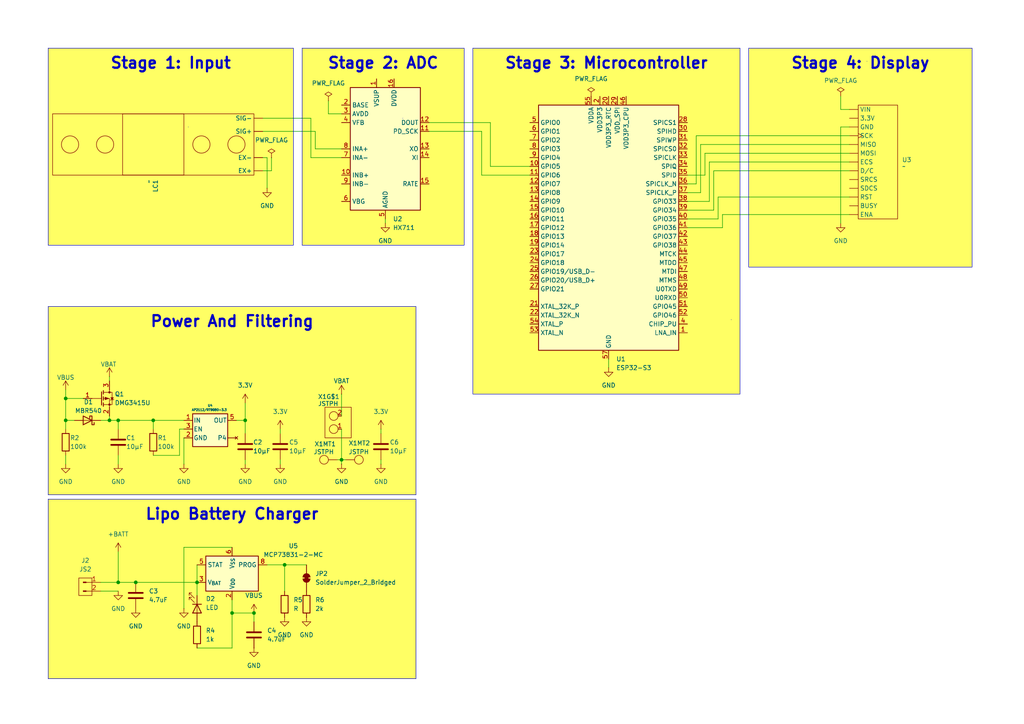
<source format=kicad_sch>
(kicad_sch (version 20231120) (generator "eeschema") (generator_version "8.0")
  (paper "A4")
  (lib_symbols
    (symbol "Analog_ADC:HX711"
      (property "Reference" "U" (at 5.08 21.59 0))
      (property "Value" "HX711" (at 7.62 19.05 0))
      (symbol "HX711_0_1"
        (rectangle (start -10.16 17.78) (end 10.16 -17.78) (stroke (width 0.254)) (fill (type background)))
      )
      (symbol "HX711_1_1"
        (pin power_in line (at -2.54 20.32 270) (length 2.54) (name "VSUP") (number "1"))
        (pin input line (at -12.7 -7.62 0) (length 2.54) (name "INB+") (number "10"))
        (pin input line (at 12.7 5.08 180) (length 2.54) (name "PD_SCK") (number "11"))
        (pin output line (at 12.7 7.62 180) (length 2.54) (name "DOUT") (number "12"))
        (pin passive line (at 12.7 0 180) (length 2.54) (name "XO") (number "13"))
        (pin passive line (at 12.7 -2.54 180) (length 2.54) (name "XI") (number "14"))
        (pin input line (at 12.7 -10.16 180) (length 2.54) (name "RATE") (number "15"))
        (pin power_in line (at 2.54 20.32 270) (length 2.54) (name "DVDD") (number "16"))
        (pin passive line (at -12.7 12.7 0) (length 2.54) (name "BASE") (number "2"))
        (pin power_in line (at -12.7 10.16 0) (length 2.54) (name "AVDD") (number "3"))
        (pin input line (at -12.7 7.62 0) (length 2.54) (name "VFB") (number "4"))
        (pin power_in line (at 0 -20.32 90) (length 2.54) (name "AGND") (number "5"))
        (pin passive line (at -12.7 -15.24 0) (length 2.54) (name "VBG") (number "6"))
        (pin input line (at -12.7 -2.54 0) (length 2.54) (name "INA-") (number "7"))
        (pin input line (at -12.7 0 0) (length 2.54) (name "INA+") (number "8"))
        (pin input line (at -12.7 -10.16 0) (length 2.54) (name "INB-") (number "9"))
      )
    )
    (symbol "Battery_Management:MCP73831-2-MC"
      (property "Reference" "U" (at -7.62 6.35 0))
      (property "Value" "MCP73831-2-MC" (at 1.27 6.35 0))
      (symbol "MCP73831-2-MC_0_1"
        (rectangle (start -7.62 5.08) (end 7.62 -5.08) (stroke (width 0.254)) (fill (type background)))
      )
      (symbol "MCP73831-2-MC_1_1"
        (pin passive line (at 0 7.62 270) (length 2.54) hide (name "V_{DD}") (number "1"))
        (pin power_in line (at 0 7.62 270) (length 2.54) (name "V_{DD}") (number "2"))
        (pin power_out line (at 10.16 2.54 180) (length 2.54) (name "V_{BAT}") (number "3"))
        (pin passive line (at 10.16 2.54 180) (length 2.54) hide (name "V_{BAT}") (number "4"))
        (pin tri_state line (at 10.16 -2.54 180) (length 2.54) (name "STAT") (number "5"))
        (pin power_in line (at 0 -7.62 90) (length 2.54) (name "V_{SS}") (number "6"))
        (pin no_connect line (at -7.62 2.54 0) (length 2.54) hide (name "NC") (number "7"))
        (pin input line (at -10.16 -2.54 0) (length 2.54) (name "PROG") (number "8"))
      )
    )
    (symbol "Conn_01x02_Pin_1" (pin_names (offset 1.016) hide)
      (property "Reference" "J2" (at 0.635 5.08 0))
      (property "Value" "Conn_01x02_Pin" (at 0.635 2.54 0))
      (symbol "Conn_01x02_Pin_1_1_1"
        (rectangle (start -1.27 1.27) (end 2.54 -3.81))
        (polyline (pts (xy 1.27 -2.54) (xy 0.8636 -2.54)) (stroke (width 0.1524)))
        (polyline (pts (xy 1.27 0) (xy 0.8636 0)) (stroke (width 0.1524)))
        (rectangle (start 0.8636 -2.413) (end 0 -2.667) (stroke (width 0.1524)) (fill (type outline)))
        (rectangle (start 0.8636 0.127) (end 0 -0.127) (stroke (width 0.1524)) (fill (type outline)))
        (pin passive line (at 5.08 0 180) (length 3.81) (name "Pin_1") (number "1"))
        (pin passive line (at 5.08 -2.54 180) (length 3.81) (name "Pin_2") (number "2"))
      )
    )
    (symbol "Conn_01x02_Socket_1" (pin_names (offset 1.016) hide)
      (property "Reference" "X1MT1" (at -7.874 -10.668 0))
      (property "Value" "JSTPH" (at -8.128 -12.954 0))
      (symbol "Conn_01x02_Socket_1_1_1"
        (circle (center -5.08 -15.24) (radius 1.27))
        (pin passive line (at -1.27 -15.24 180) (length 2.5) (name "") (number ""))
      )
    )
    (symbol "Connector:Conn_01x01_Socket" (pin_names (offset 1.016) hide)
      (property "Reference" "J4" (at 1.27 1.2701 0))
      (property "Value" "Conn_01x01_Socket" (at 1.27 -1.2699 0))
      (symbol "Conn_01x01_Socket_1_1"
        (circle (center 5.04 -8.89) (radius 1.27))
        (pin passive line (at 1.27 -8.89 0) (length 2.5) (name "") (number ""))
      )
    )
    (symbol "Connector:Conn_01x02_Socket" (pin_names (offset 1.016) hide)
      (property "Reference" "J1" (at 1.524 10.414 0))
      (property "Value" "Conn_01x02_Socket" (at -8.382 4.318 0))
      (symbol "Conn_01x02_Socket_1_1"
        (rectangle (start -3.54 2.54) (end 4.08 -6.35))
        (circle (center -1 -3.81) (radius 1.27))
        (circle (center -1 0) (radius 1.27))
        (pin passive line (at 1.27 -3.81 180) (length 1) (name "Pin_1") (number "1"))
        (pin passive line (at 1.27 0 180) (length 1) (name "Pin_2") (number "2"))
      )
    )
    (symbol "Custom:4540"
      (property "Reference" "LC" (at -0.254 10.668 0))
      (symbol "4540_0_1"
        (rectangle (start -29.21 8.89) (end 29.2 -8.89))
        (circle (center -24.13 0) (radius 2.5))
        (circle (center -13.97 0) (radius 2.5))
        (circle (center 13.97 0) (radius 2.5))
        (circle (center 24.13 0) (radius 2.5))
      )
      (symbol "4540_1_1"
        (rectangle (start -8.89 8.89) (end 8.89 -8.89))
        (pin power_in line (at -31.75 7.62 0) (length 2.54) (name "EX+") (number ""))
        (pin power_in line (at -31.75 3.81 0) (length 2.54) (name "EX-") (number ""))
        (pin passive line (at -31.75 -3.81 0) (length 2.54) (name "SIG+") (number ""))
        (pin passive line (at -31.75 -7.62 0) (length 2.54) (name "SIG-") (number ""))
      )
    )
    (symbol "Custom:UC8151D" (pin_numbers hide)
      (property "Reference" "U" (at 17.78 0 0))
      (symbol "UC8151D_0_1"
        (rectangle (start -16.51 5.08) (end 16.51 -6.35))
      )
      (symbol "UC8151D_1_1"
        (pin power_out line (at -12.7 -8.89 90) (length 2.54) (name "3.3V") (number ""))
        (pin output line (at 12.7 -8.89 90) (length 2.54) (name "BUSY") (number ""))
        (pin input line (at 2.54 -8.89 90) (length 2.54) (name "D/C") (number ""))
        (pin input line (at 0 -8.89 90) (length 2.54) (name "ECS") (number ""))
        (pin power_in line (at 15.24 -8.89 90) (length 2.54) (name "ENA") (number ""))
        (pin power_in line (at -10.16 -8.89 90) (length 2.54) (name "GND") (number ""))
        (pin unspecified line (at -5.08 -8.89 90) (length 2.54) (name "MISO") (number ""))
        (pin unspecified line (at -2.54 -8.89 90) (length 2.54) (name "MOSI") (number ""))
        (pin input line (at 10.16 -8.89 90) (length 2.54) (name "RST") (number ""))
        (pin input clock (at -7.62 -8.89 90) (length 2.54) (name "SCK") (number ""))
        (pin input line (at 7.62 -8.89 90) (length 2.54) (name "SDCS") (number ""))
        (pin input line (at 5.08 -8.89 90) (length 2.54) (name "SRCS") (number ""))
        (pin power_in line (at -15.24 -8.89 90) (length 2.54) (name "VIN") (number ""))
      )
    )
    (symbol "Device:C" (pin_numbers hide) (pin_names (offset 0.254))
      (property "Reference" "C" (at 0.635 2.54 0))
      (property "Value" "C" (at 0.635 -2.54 0))
      (symbol "C_0_1"
        (polyline (pts (xy -2.032 -0.762) (xy 2.032 -0.762)) (stroke (width 0.508)))
        (polyline (pts (xy -2.032 0.762) (xy 2.032 0.762)) (stroke (width 0.508)))
      )
      (symbol "C_1_1"
        (pin passive line (at 0 3.81 270) (length 2.794) (name "~") (number "1"))
        (pin passive line (at 0 -3.81 90) (length 2.794) (name "~") (number "2"))
      )
    )
    (symbol "Device:LED" (pin_numbers hide) (pin_names (offset 1.016) hide)
      (property "Reference" "D" (at 0 2.54 0))
      (property "Value" "LED" (at 0 -2.54 0))
      (symbol "LED_0_1"
        (polyline (pts (xy -1.27 -1.27) (xy -1.27 1.27)) (stroke (width 0.254)))
        (polyline (pts (xy -1.27 0) (xy 1.27 0)))
        (polyline (pts (xy 1.27 -1.27) (xy 1.27 1.27) (xy -1.27 0) (xy 1.27 -1.27)) (stroke (width 0.254)))
        (polyline (pts (xy -3.048 -0.762) (xy -4.572 -2.286) (xy -3.81 -2.286) (xy -4.572 -2.286) (xy -4.572 -1.524)))
        (polyline (pts (xy -1.778 -0.762) (xy -3.302 -2.286) (xy -2.54 -2.286) (xy -3.302 -2.286) (xy -3.302 -1.524)))
      )
      (symbol "LED_1_1"
        (pin passive line (at -3.81 0 0) (length 2.54) (name "K") (number "1"))
        (pin passive line (at 3.81 0 180) (length 2.54) (name "A") (number "2"))
      )
    )
    (symbol "Device:R" (pin_numbers hide) (pin_names (offset 0))
      (property "Reference" "R" (at 2.032 0 90))
      (property "Value" "R" (at 0 0 90))
      (symbol "R_0_1"
        (rectangle (start -1.016 -2.54) (end 1.016 2.54) (stroke (width 0.254)))
      )
      (symbol "R_1_1"
        (pin passive line (at 0 3.81 270) (length 1.27) (name "~") (number "1"))
        (pin passive line (at 0 -3.81 90) (length 1.27) (name "~") (number "2"))
      )
    )
    (symbol "Diode:MBR340" (pin_numbers hide) (pin_names (offset 1.016) hide)
      (property "Reference" "D" (at 0 2.54 0))
      (property "Value" "MBR340" (at 0 -2.54 0))
      (symbol "MBR340_0_1"
        (polyline (pts (xy 1.27 0) (xy -1.27 0)))
        (polyline (pts (xy 1.27 1.27) (xy 1.27 -1.27) (xy -1.27 0) (xy 1.27 1.27)) (stroke (width 0.254)))
        (polyline (pts (xy -1.905 0.635) (xy -1.905 1.27) (xy -1.27 1.27) (xy -1.27 -1.27) (xy -0.635 -1.27) (xy -0.635 -0.635)) (stroke (width 0.254)))
      )
      (symbol "MBR340_1_1"
        (pin passive line (at -3.81 0 0) (length 2.54) (name "K") (number "1"))
        (pin passive line (at 3.81 0 180) (length 2.54) (name "A") (number "2"))
      )
    )
    (symbol "Jumper:SolderJumper_2_Bridged" (pin_numbers hide) (pin_names (offset 0) hide) (exclude_from_sim yes) (in_bom no)
      (property "Reference" "JP" (at 0 2.032 0))
      (property "Value" "SolderJumper_2_Bridged" (at 0 -2.54 0))
      (symbol "SolderJumper_2_Bridged_0_1"
        (rectangle (start -0.508 0.508) (end 0.508 -0.508) (fill (type outline)))
        (arc (start -0.254 1.016) (mid -1.2656 0) (end -0.254 -1.016))
        (arc (start -0.254 1.016) (mid -1.2656 0) (end -0.254 -1.016) (fill (type outline)))
        (polyline (pts (xy -0.254 1.016) (xy -0.254 -1.016)))
        (polyline (pts (xy 0.254 1.016) (xy 0.254 -1.016)))
        (arc (start 0.254 -1.016) (mid 1.2656 0) (end 0.254 1.016))
        (arc (start 0.254 -1.016) (mid 1.2656 0) (end 0.254 1.016) (fill (type outline)))
      )
      (symbol "SolderJumper_2_Bridged_1_1"
        (pin passive line (at -3.81 0 0) (length 2.54) (name "A") (number "1"))
        (pin passive line (at 3.81 0 180) (length 2.54) (name "B") (number "2"))
      )
    )
    (symbol "MCU_Espressif:ESP32-S3"
      (property "Reference" "U" (at 10.16 -38.1 0))
      (property "Value" "ESP32-S3" (at 13.97 -40.64 0))
      (symbol "ESP32-S3_0_1"
        (rectangle (start -20.32 35.56) (end 20.32 -35.56) (stroke (width 0.254)) (fill (type background)))
      )
      (symbol "ESP32-S3_1_0"
        (pin bidirectional line (at 22.86 12.7 180) (length 2.54) (name "SPICLK_N") (number "36"))
        (pin bidirectional line (at 22.86 -10.16 180) (length 2.54) (name "MTDO") (number "45"))
        (pin bidirectional line (at 22.86 -22.86 180) (length 2.54) (name "GPIO45") (number "51"))
        (pin passive line (at -5.08 38.1 270) (length 2.54) hide (name "VDDA") (number "56"))
      )
      (symbol "ESP32-S3_1_1"
        (pin bidirectional line (at 22.86 -30.48 180) (length 2.54) (name "LNA_IN") (number "1"))
        (pin bidirectional line (at -22.86 17.78 0) (length 2.54) (name "GPIO5") (number "10"))
        (pin bidirectional line (at -22.86 15.24 0) (length 2.54) (name "GPIO6") (number "11"))
        (pin bidirectional line (at -22.86 12.7 0) (length 2.54) (name "GPIO7") (number "12"))
        (pin bidirectional line (at -22.86 10.16 0) (length 2.54) (name "GPIO8") (number "13"))
        (pin bidirectional line (at -22.86 7.62 0) (length 2.54) (name "GPIO9") (number "14"))
        (pin bidirectional line (at -22.86 5.08 0) (length 2.54) (name "GPIO10") (number "15"))
        (pin bidirectional line (at -22.86 2.54 0) (length 2.54) (name "GPIO11") (number "16"))
        (pin bidirectional line (at -22.86 0 0) (length 2.54) (name "GPIO12") (number "17"))
        (pin bidirectional line (at -22.86 -2.54 0) (length 2.54) (name "GPIO13") (number "18"))
        (pin bidirectional line (at -22.86 -5.08 0) (length 2.54) (name "GPIO14") (number "19"))
        (pin power_in line (at -2.54 38.1 270) (length 2.54) (name "VDD3P3") (number "2"))
        (pin power_in line (at 0 38.1 270) (length 2.54) (name "VDD3P3_RTC") (number "20"))
        (pin passive line (at -22.86 -22.86 0) (length 2.54) (name "XTAL_32K_P") (number "21"))
        (pin passive line (at -22.86 -25.4 0) (length 2.54) (name "XTAL_32K_N") (number "22"))
        (pin bidirectional line (at -22.86 -7.62 0) (length 2.54) (name "GPIO17") (number "23"))
        (pin bidirectional line (at -22.86 -10.16 0) (length 2.54) (name "GPIO18") (number "24"))
        (pin bidirectional line (at -22.86 -12.7 0) (length 2.54) (name "GPIO19/USB_D-") (number "25"))
        (pin bidirectional line (at -22.86 -15.24 0) (length 2.54) (name "GPIO20/USB_D+") (number "26"))
        (pin bidirectional line (at -22.86 -17.78 0) (length 2.54) (name "GPIO21") (number "27"))
        (pin bidirectional line (at 22.86 30.48 180) (length 2.54) (name "SPICS1") (number "28"))
        (pin power_in line (at 2.54 38.1 270) (length 2.54) (name "VDD_SPI") (number "29"))
        (pin passive line (at -2.54 38.1 270) (length 2.54) hide (name "VDD3P3") (number "3"))
        (pin bidirectional line (at 22.86 27.94 180) (length 2.54) (name "SPIHD") (number "30"))
        (pin bidirectional line (at 22.86 25.4 180) (length 2.54) (name "SPIWP") (number "31"))
        (pin bidirectional line (at 22.86 22.86 180) (length 2.54) (name "SPICS0") (number "32"))
        (pin bidirectional line (at 22.86 20.32 180) (length 2.54) (name "SPICLK") (number "33"))
        (pin bidirectional line (at 22.86 17.78 180) (length 2.54) (name "SPIQ") (number "34"))
        (pin bidirectional line (at 22.86 15.24 180) (length 2.54) (name "SPID") (number "35"))
        (pin bidirectional line (at 22.86 10.16 180) (length 2.54) (name "SPICLK_P") (number "37"))
        (pin bidirectional line (at 22.86 7.62 180) (length 2.54) (name "GPIO33") (number "38"))
        (pin bidirectional line (at 22.86 5.08 180) (length 2.54) (name "GPIO34") (number "39"))
        (pin input line (at 22.86 -27.94 180) (length 2.54) (name "CHIP_PU") (number "4"))
        (pin bidirectional line (at 22.86 2.54 180) (length 2.54) (name "GPIO35") (number "40"))
        (pin bidirectional line (at 22.86 0 180) (length 2.54) (name "GPIO36") (number "41"))
        (pin bidirectional line (at 22.86 -2.54 180) (length 2.54) (name "GPIO37") (number "42"))
        (pin bidirectional line (at 22.86 -5.08 180) (length 2.54) (name "GPIO38") (number "43"))
        (pin bidirectional line (at 22.86 -7.62 180) (length 2.54) (name "MTCK") (number "44"))
        (pin power_in line (at 5.08 38.1 270) (length 2.54) (name "VDD3P3_CPU") (number "46"))
        (pin bidirectional line (at 22.86 -12.7 180) (length 2.54) (name "MTDI") (number "47"))
        (pin bidirectional line (at 22.86 -15.24 180) (length 2.54) (name "MTMS") (number "48"))
        (pin bidirectional line (at 22.86 -17.78 180) (length 2.54) (name "U0TXD") (number "49"))
        (pin bidirectional line (at -22.86 30.48 0) (length 2.54) (name "GPIO0") (number "5"))
        (pin bidirectional line (at 22.86 -20.32 180) (length 2.54) (name "U0RXD") (number "50"))
        (pin bidirectional line (at 22.86 -25.4 180) (length 2.54) (name "GPIO46") (number "52"))
        (pin output line (at -22.86 -30.48 0) (length 2.54) (name "XTAL_N") (number "53"))
        (pin input line (at -22.86 -27.94 0) (length 2.54) (name "XTAL_P") (number "54"))
        (pin power_in line (at -5.08 38.1 270) (length 2.54) (name "VDDA") (number "55"))
        (pin power_in line (at 0 -38.1 90) (length 2.54) (name "GND") (number "57"))
        (pin bidirectional line (at -22.86 27.94 0) (length 2.54) (name "GPIO1") (number "6"))
        (pin bidirectional line (at -22.86 25.4 0) (length 2.54) (name "GPIO2") (number "7"))
        (pin bidirectional line (at -22.86 22.86 0) (length 2.54) (name "GPIO3") (number "8"))
        (pin bidirectional line (at -22.86 20.32 0) (length 2.54) (name "GPIO4") (number "9"))
      )
    )
    (symbol "Regulator_Linear:AP2112K-1.2" (pin_names (offset 0.254))
      (property "Reference" "U4" (at 0 6.858 0))
      (property "Value" "AP2112/RT9080-3.3" (at -0.254 5.588 0))
      (symbol "AP2112K-1.2_0_1"
        (rectangle (start -5.08 4.445) (end 5.08 -5.08) (stroke (width 0.254)) (fill (type background)))
      )
      (symbol "AP2112K-1.2_1_1"
        (pin no_connect line (at 7.62 -2.54 180) (length 2.54) (name "P4") (number ""))
        (pin power_in line (at -7.62 2.54 0) (length 2.54) (name "IN") (number "1"))
        (pin power_in line (at -7.62 -2.54 0) (length 2.54) (name "GND") (number "2"))
        (pin input line (at -7.62 0 0) (length 2.54) (name "EN") (number "3"))
        (pin power_out line (at 7.62 2.54 180) (length 2.54) (name "OUT") (number "5"))
      )
    )
    (symbol "Transistor_FET:DMG2301L" (pin_names hide)
      (property "Reference" "Q1" (at 6.35 1.2701 0))
      (property "Value" "DMG3415U" (at 6.35 -1.2699 0))
      (symbol "DMG2301L_0_1"
        (polyline (pts (xy 0.254 0) (xy -2.54 0)))
        (polyline (pts (xy 0.254 1.905) (xy 0.254 -1.905)) (stroke (width 0.254)))
        (polyline (pts (xy 0.762 -1.27) (xy 0.762 -2.286)) (stroke (width 0.254)))
        (polyline (pts (xy 0.762 0.508) (xy 0.762 -0.508)) (stroke (width 0.254)))
        (polyline (pts (xy 0.762 2.286) (xy 0.762 1.27)) (stroke (width 0.254)))
        (polyline (pts (xy 2.54 2.54) (xy 2.54 1.778)))
        (polyline (pts (xy 2.54 -2.54) (xy 2.54 0) (xy 0.762 0)))
        (polyline (pts (xy 0.762 1.778) (xy 3.302 1.778) (xy 3.302 -1.778) (xy 0.762 -1.778)))
        (polyline (pts (xy 2.286 0) (xy 1.27 0.381) (xy 1.27 -0.381) (xy 2.286 0)) (fill (type outline)))
        (polyline (pts (xy 2.794 -0.508) (xy 2.921 -0.381) (xy 3.683 -0.381) (xy 3.81 -0.254)))
        (circle (center 2.54 -1.778) (radius 0.254) (fill (type outline)))
        (circle (center 2.54 1.778) (radius 0.254) (fill (type outline)))
      )
      (symbol "DMG2301L_1_1"
        (polyline (pts (xy 3.302 -0.381) (xy 2.921 0.254) (xy 3.683 0.254) (xy 3.302 -0.381)) (fill (type color) (color 132 0 0 1)))
        (pin input line (at -5.08 0 0) (length 2.54) (name "G") (number "1"))
        (pin passive line (at 2.54 -5.08 90) (length 2.54) (name "S") (number "2"))
        (pin passive line (at 2.54 5.08 270) (length 2.54) (name "D") (number "3"))
      )
    )
    (symbol "power:+BATT" (power) (pin_numbers hide) (pin_names (offset 0) hide)
      (property "Value" "+BATT" (at 0 3.556 0))
      (symbol "+BATT_0_1"
        (polyline (pts (xy -0.762 1.27) (xy 0 2.54)))
        (polyline (pts (xy 0 0) (xy 0 2.54)))
        (polyline (pts (xy 0 2.54) (xy 0.762 1.27)))
      )
      (symbol "+BATT_1_1"
        (pin power_in line (at 0 0 90) (length 0) (name "~") (number "1"))
      )
    )
    (symbol "power:GND" (power) (pin_numbers hide) (pin_names (offset 0) hide)
      (property "Value" "GND" (at 0 -3.81 0))
      (symbol "GND_0_1"
        (polyline (pts (xy 0 0) (xy 0 -1.27) (xy 1.27 -1.27) (xy 0 -2.54) (xy -1.27 -1.27) (xy 0 -1.27)))
      )
      (symbol "GND_1_1"
        (pin power_in line (at 0 0 270) (length 0) (name "~") (number "1"))
      )
    )
    (symbol "power:PWR_FLAG" (power) (pin_numbers hide) (pin_names (offset 0) hide)
      (property "Value" "PWR_FLAG" (at 0 3.81 0))
      (symbol "PWR_FLAG_0_0"
        (pin power_out line (at 0 0 90) (length 0) (name "~") (number "1"))
      )
      (symbol "PWR_FLAG_0_1"
        (polyline (pts (xy 0 0) (xy 0 1.27) (xy -1.016 1.905) (xy 0 2.54) (xy 1.016 1.905) (xy 0 1.27)))
      )
    )
    (symbol "power:VBUS" (power) (pin_numbers hide) (pin_names (offset 0) hide)
      (property "Value" "VBUS" (at 0 3.556 0))
      (symbol "VBUS_0_1"
        (polyline (pts (xy -0.762 1.27) (xy 0 2.54)))
        (polyline (pts (xy 0 0) (xy 0 2.54)))
        (polyline (pts (xy 0 2.54) (xy 0.762 1.27)))
      )
      (symbol "VBUS_1_1"
        (pin power_in line (at 0 0 90) (length 0) (name "~") (number "1"))
      )
    )
    (symbol "power:VPP" (power) (pin_numbers hide) (pin_names (offset 0) hide)
      (property "Value" "VPP" (at 0 3.556 0))
      (symbol "VPP_0_1"
        (polyline (pts (xy -0.762 1.27) (xy 0 2.54)))
        (polyline (pts (xy 0 0) (xy 0 2.54)))
        (polyline (pts (xy 0 2.54) (xy 0.762 1.27)))
      )
      (symbol "VPP_1_1"
        (pin power_in line (at 0 0 90) (length 0) (name "~") (number "1"))
      )
    )
  )
  (junction (at 19.05 121.92))
  (junction (at 57.15 168.91))
  (junction (at 67.31 177.8))
  (junction (at 34.29 168.91))
  (junction (at 39.37 168.91))
  (junction (at 31.75 121.92))
  (junction (at 73.66 177.8))
  (junction (at 71.12 121.92))
  (junction (at 44.45 121.92))
  (junction (at 34.29 121.92))
  (junction (at 82.55 163.83))
  (junction (at 99.06 133.35))
  (junction (at 19.05 115.57))
  (wire (pts (xy 205.74 58.42) (xy 199.39 58.42)))
  (wire (pts (xy 39.37 168.91) (xy 57.15 168.91)))
  (wire (pts (xy 82.55 163.83) (xy 77.47 163.83)))
  (wire (pts (xy 52.07 132.08) (xy 44.45 132.08)))
  (wire (pts (xy 246.38 46.99) (xy 205.74 46.99)))
  (wire (pts (xy 203.2 41.91) (xy 203.2 55.88)))
  (wire (pts (xy 124.46 38.1) (xy 139.7 38.1)))
  (wire (pts (xy 71.12 121.92) (xy 71.12 125.73)))
  (wire (pts (xy 111.76 63.5) (xy 111.76 64.77)))
  (wire (pts (xy 71.12 133.35) (xy 71.12 134.62)))
  (wire (pts (xy 205.74 46.99) (xy 205.74 58.42)))
  (wire (pts (xy 73.66 180.34) (xy 73.66 177.8)))
  (wire (pts (xy 44.45 121.92) (xy 53.34 121.92)))
  (wire (pts (xy 29.21 121.92) (xy 31.75 121.92)))
  (wire (pts (xy 246.38 41.91) (xy 203.2 41.91)))
  (wire (pts (xy 99.06 114.3) (xy 99.06 120.65)))
  (wire (pts (xy 95.25 29.21) (xy 95.25 33.02)))
  (wire (pts (xy 76.2 34.29) (xy 90.17 34.29)))
  (wire (pts (xy 110.49 124.46) (xy 110.49 125.73)))
  (wire (pts (xy 142.24 35.56) (xy 142.24 48.26)))
  (wire (pts (xy 243.84 36.83) (xy 243.84 64.77)))
  (wire (pts (xy 243.84 27.94) (xy 243.84 31.75)))
  (wire (pts (xy 19.05 115.57) (xy 19.05 121.92)))
  (wire (pts (xy 31.75 121.92) (xy 34.29 121.92)))
  (wire (pts (xy 34.29 160.02) (xy 34.29 168.91)))
  (wire (pts (xy 52.07 124.46) (xy 52.07 132.08)))
  (wire (pts (xy 95.25 33.02) (xy 99.06 33.02)))
  (wire (pts (xy 246.38 62.23) (xy 209.55 62.23)))
  (wire (pts (xy 68.58 121.92) (xy 71.12 121.92)))
  (wire (pts (xy 81.28 133.35) (xy 81.28 134.62)))
  (wire (pts (xy 201.93 53.34) (xy 199.39 53.34)))
  (wire (pts (xy 81.28 124.46) (xy 81.28 125.73)))
  (wire (pts (xy 99.06 124.46) (xy 99.06 133.35)))
  (wire (pts (xy 19.05 113.03) (xy 19.05 115.57)))
  (wire (pts (xy 19.05 124.46) (xy 19.05 121.92)))
  (wire (pts (xy 90.17 34.29) (xy 90.17 45.72)))
  (wire (pts (xy 57.15 168.91) (xy 57.15 163.83)))
  (wire (pts (xy 19.05 121.92) (xy 21.59 121.92)))
  (wire (pts (xy 208.28 57.15) (xy 208.28 63.5)))
  (wire (pts (xy 29.21 171.45) (xy 34.29 171.45)))
  (wire (pts (xy 19.05 132.08) (xy 19.05 134.62)))
  (wire (pts (xy 53.34 158.75) (xy 53.34 176.53)))
  (wire (pts (xy 34.29 121.92) (xy 34.29 124.46)))
  (wire (pts (xy 209.55 66.04) (xy 199.39 66.04)))
  (wire (pts (xy 53.34 127) (xy 53.34 134.62)))
  (wire (pts (xy 57.15 172.72) (xy 57.15 168.91)))
  (wire (pts (xy 246.38 44.45) (xy 204.47 44.45)))
  (wire (pts (xy 142.24 48.26) (xy 153.67 48.26)))
  (wire (pts (xy 110.49 133.35) (xy 110.49 134.62)))
  (wire (pts (xy 199.39 50.8) (xy 204.47 50.8)))
  (wire (pts (xy 201.93 39.37) (xy 201.93 53.34)))
  (wire (pts (xy 88.9 163.83) (xy 82.55 163.83)))
  (wire (pts (xy 246.38 36.83) (xy 243.84 36.83)))
  (wire (pts (xy 91.44 38.1) (xy 91.44 43.18)))
  (wire (pts (xy 78.74 49.53) (xy 76.2 49.53)))
  (wire (pts (xy 67.31 177.8) (xy 73.66 177.8)))
  (wire (pts (xy 97.79 133.35) (xy 99.06 133.35)))
  (wire (pts (xy 82.55 171.45) (xy 82.55 163.83)))
  (wire (pts (xy 78.74 45.72) (xy 78.74 49.53)))
  (wire (pts (xy 208.28 63.5) (xy 199.39 63.5)))
  (wire (pts (xy 139.7 50.8) (xy 153.67 50.8)))
  (wire (pts (xy 90.17 45.72) (xy 99.06 45.72)))
  (wire (pts (xy 67.31 173.99) (xy 67.31 177.8)))
  (wire (pts (xy 246.38 49.53) (xy 207.01 49.53)))
  (wire (pts (xy 44.45 121.92) (xy 34.29 121.92)))
  (wire (pts (xy 207.01 60.96) (xy 199.39 60.96)))
  (wire (pts (xy 176.53 104.14) (xy 176.53 106.68)))
  (wire (pts (xy 77.47 45.72) (xy 77.47 54.61)))
  (wire (pts (xy 67.31 187.96) (xy 67.31 177.8)))
  (wire (pts (xy 246.38 39.37) (xy 201.93 39.37)))
  (wire (pts (xy 44.45 124.46) (xy 44.45 121.92)))
  (wire (pts (xy 204.47 44.45) (xy 204.47 50.8)))
  (wire (pts (xy 207.01 49.53) (xy 207.01 60.96)))
  (wire (pts (xy 246.38 57.15) (xy 208.28 57.15)))
  (wire (pts (xy 139.7 38.1) (xy 139.7 50.8)))
  (wire (pts (xy 34.29 132.08) (xy 34.29 134.62)))
  (wire (pts (xy 57.15 187.96) (xy 67.31 187.96)))
  (wire (pts (xy 91.44 43.18) (xy 99.06 43.18)))
  (wire (pts (xy 203.2 55.88) (xy 199.39 55.88)))
  (wire (pts (xy 67.31 158.75) (xy 53.34 158.75)))
  (wire (pts (xy 124.46 35.56) (xy 142.24 35.56)))
  (wire (pts (xy 19.05 115.57) (xy 24.13 115.57)))
  (wire (pts (xy 31.75 120.65) (xy 31.75 121.92)))
  (wire (pts (xy 99.06 133.35) (xy 99.06 134.62)))
  (wire (pts (xy 29.21 168.91) (xy 34.29 168.91)))
  (wire (pts (xy 209.55 62.23) (xy 209.55 66.04)))
  (wire (pts (xy 99.06 133.35) (xy 100.33 133.35)))
  (wire (pts (xy 53.34 124.46) (xy 52.07 124.46)))
  (wire (pts (xy 71.12 121.92) (xy 71.12 116.84)))
  (wire (pts (xy 31.75 109.22) (xy 31.75 110.49)))
  (wire (pts (xy 76.2 45.72) (xy 77.47 45.72)))
  (wire (pts (xy 76.2 38.1) (xy 91.44 38.1)))
  (wire (pts (xy 243.84 31.75) (xy 246.38 31.75)))
  (wire (pts (xy 34.29 168.91) (xy 39.37 168.91)))
  (rectangle (start 54.61 36.83) (end 54.61 36.83))
  (text_box "" (at 116.84 34.29 0) (size 0 0) (fill (type color) (color 255 255 100 1)) (effects (font (size 1.27 1.27) (thickness 0.254) (bold yes)) (justify top)))
  (text_box "" (at 212.09 92.71 0) (size 0 0) (fill (type color) (color 255 255 100 1)) (effects (font (size 1.27 1.27) (thickness 0.254) (bold yes)) (justify top)))
  (text_box "Power And Filtering\n" (at 13.97 88.9 0) (size 106.68 54.61) (fill (type color) (color 255 255 100 1)) (effects (font (size 3.175 3.175) (thickness 0.635) (bold yes)) (justify top)))
  (text_box "Stage 2: ADC" (at 87.63 13.97 0) (size 46.99 57.15) (fill (type color) (color 255 255 100 1)) (effects (font (size 3.175 3.175) (thickness 0.635) (bold yes)) (justify top)))
  (text_box "Stage 3: Microcontroller\n" (at 137.16 13.97 0) (size 77.47 100.33) (fill (type color) (color 255 255 100 1)) (effects (font (size 3.175 3.175) (thickness 0.635) (bold yes)) (justify top)))
  (text_box "" (at 251.46 17.78 0) (size 0 0) (fill (type color) (color 255 255 100 1)) (effects (font (size 3.175 3.175) (thickness 0.254) (bold yes)) (justify top)))
  (text_box "Stage 1: Input\n" (at 13.97 13.97 0) (size 71.12 57.15) (fill (type color) (color 255 255 100 1)) (effects (font (size 3.175 3.175) (thickness 0.635) (bold yes)) (justify top)))
  (text_box "Stage 4: Display" (at 217.17 13.97 0) (size 64.77 63.5) (fill (type color) (color 255 255 100 1)) (effects (font (size 3.175 3.175) (thickness 0.635) (bold yes)) (justify top)))
  (text_box "Lipo Battery Charger\n" (at 13.97 144.78 0) (size 106.68 52.07) (fill (type color) (color 255 255 100 1)) (effects (font (size 3.175 3.175) (thickness 0.635) (bold yes)) (justify top)))
  (symbol (lib_id "power:GND") (at 71.12 134.62 0) (unit 1)
    (property "Reference" "#PWR09" (effects (hide yes)))
    (property "Value" "GND" (at 71.12 139.7 0))
    (property "Description" "Power symbol creates a global label with name \"GND\" , ground" (effects (hide yes)))
  )
  (symbol (lib_id "power:GND") (at 111.76 64.77 0) (unit 1)
    (property "Reference" "#PWR04" (effects (hide yes)))
    (property "Value" "GND" (at 111.76 69.85 0))
    (property "Description" "Power symbol creates a global label with name \"GND\" , ground" (effects (hide yes)))
  )
  (symbol (lib_id "power:GND") (at 82.55 179.07 0) (unit 1)
    (property "Reference" "#PWR019" (effects (hide yes)))
    (property "Value" "GND" (at 82.55 184.15 0))
    (property "Description" "Power symbol creates a global label with name \"GND\" , ground" (effects (hide yes)))
  )
  (symbol (lib_id "power:GND") (at 53.34 176.53 0) (unit 1)
    (property "Reference" "#PWR016" (effects (hide yes)))
    (property "Value" "GND" (at 53.34 181.61 0))
    (property "Description" "Power symbol creates a global label with name \"GND\" , ground" (effects (hide yes)))
  )
  (symbol (lib_id "power:VPP") (at 71.12 116.84 0) (unit 1)
    (property "Reference" "#PWR011" (effects (hide yes)))
    (property "Value" "3.3V" (at 71.12 111.76 0))
    (property "Description" "Power symbol creates a global label with name \"VPP\"" (effects (hide yes)))
  )
  (symbol (lib_id "power:GND") (at 81.28 134.62 0) (unit 1)
    (property "Reference" "#PWR010" (effects (hide yes)))
    (property "Value" "GND" (at 81.28 139.7 0))
    (property "Description" "Power symbol creates a global label with name \"GND\" , ground" (effects (hide yes)))
  )
  (symbol (lib_id "Custom:4540") (at 44.45 41.91 180) (unit 1)
    (property "Reference" "LC1" (at 45.0901 52.07 90) (effects (justify left)))
    (property "Value" "~" (at 43.185 52.07 90) (effects (justify left)))
  )
  (symbol (lib_id "Battery_Management:MCP73831-2-MC") (at 67.31 166.37 180) (unit 1)
    (property "Reference" "U5" (at 85.09 158.3338 0))
    (property "Value" "MCP73831-2-MC" (at 85.09 160.8738 0))
    (property "Footprint" "Package_DFN_QFN:DFN-8-1EP_3x2mm_P0.5mm_EP1.7x1.4mm" (effects (hide yes)))
    (property "Datasheet" "http://ww1.microchip.com/downloads/en/DeviceDoc/20001984g.pdf" (effects (hide yes)))
    (property "Description" "Single cell, Li-Ion/Li-Po charge management controller, 4.20V, Tri-State Status Output, in DFN-8 package" (effects (hide yes)))
  )
  (symbol (lib_id "power:GND") (at 110.49 134.62 0) (unit 1)
    (property "Reference" "#PWR025" (effects (hide yes)))
    (property "Value" "GND" (at 110.49 139.7 0))
    (property "Description" "Power symbol creates a global label with name \"GND\" , ground" (effects (hide yes)))
  )
  (symbol (lib_id "power:GND") (at 34.29 134.62 0) (unit 1)
    (property "Reference" "#PWR07" (effects (hide yes)))
    (property "Value" "GND" (at 34.29 139.7 0))
    (property "Description" "Power symbol creates a global label with name \"GND\" , ground" (effects (hide yes)))
  )
  (symbol (lib_id "power:PWR_FLAG") (at 171.45 27.94 0) (unit 1)
    (property "Reference" "#FLG05" (effects (hide yes)))
    (property "Value" "PWR_FLAG" (at 171.45 22.86 0))
    (property "Description" "Special symbol for telling ERC where power comes from" (effects (hide yes)))
  )
  (symbol (lib_id "Device:C") (at 39.37 172.72 0) (unit 1)
    (property "Reference" "C3" (at 43.18 171.4499 0) (effects (justify left)))
    (property "Value" "4.7uF" (at 43.18 173.9899 0) (effects (justify left)))
    (property "Description" "Unpolarized capacitor" (effects (hide yes)))
  )
  (symbol (lib_id "power:VPP") (at 31.75 109.22 0) (unit 1)
    (property "Reference" "#PWR05" (effects (hide yes)))
    (property "Value" "VBAT" (at 31.496 105.664 0))
    (property "Description" "Power symbol creates a global label with name \"VPP\"" (effects (hide yes)))
  )
  (symbol (lib_id "power:GND") (at 77.47 54.61 0) (unit 1)
    (property "Reference" "#PWR02" (effects (hide yes)))
    (property "Value" "GND" (at 77.47 59.69 0))
    (property "Description" "Power symbol creates a global label with name \"GND\" , ground" (effects (hide yes)))
  )
  (symbol (lib_id "power:VPP") (at 81.28 124.46 0) (unit 1)
    (property "Reference" "#PWR021" (effects (hide yes)))
    (property "Value" "3.3V" (at 81.28 119.38 0))
    (property "Description" "Power symbol creates a global label with name \"VPP\"" (effects (hide yes)))
  )
  (symbol (lib_id "Connector:Conn_01x01_Socket") (at 99.06 124.46 0) (unit 1)
    (property "Reference" "X1MT2" (at 101.092 128.524 0) (effects (justify left)))
    (property "Value" "JSTPH" (at 101.092 131.064 0) (effects (justify left)))
    (property "Description" "Generic connector, single row, 01x01, script generated" (effects (hide yes)))
  )
  (symbol (lib_id "Device:R") (at 88.9 175.26 0) (unit 1)
    (property "Reference" "R6" (at 91.44 173.9899 0) (effects (justify left)))
    (property "Value" "2k" (at 91.44 176.5299 0) (effects (justify left)))
    (property "Description" "Resistor" (effects (hide yes)))
  )
  (symbol (lib_id "Regulator_Linear:AP2112K-1.2") (at 60.96 124.46 0) (unit 1)
    (property "Reference" "U4" (at 60.96 117.602 0) (effects (font (size 0.635 0.635))))
    (property "Value" "AP2112/RT9080-3.3" (at 60.706 118.872 0) (effects (font (size 0.635 0.635))))
    (property "Footprint" "Package_TO_SOT_SMD:SOT-23-5" (effects (hide yes)))
    (property "Datasheet" "https://www.diodes.com/assets/Datasheets/AP2112.pdf" (effects (hide yes)))
    (property "Description" "600mA low dropout linear regulator, with enable pin, 2.5V-6V input voltage range, 1.2V fixed positive output, SOT-23-5" (effects (hide yes)))
  )
  (symbol (lib_id "Transistor_FET:DMG2301L") (at 29.21 115.57 0) (unit 1)
    (property "Reference" "Q1" (at 33.274 114.3 0) (effects (justify left)))
    (property "Value" "DMG3415U" (at 33.274 116.84 0) (effects (justify left)))
    (property "Footprint" "Package_TO_SOT_SMD:SOT-23" (effects (hide yes)))
    (property "Datasheet" "https://www.diodes.com/assets/Datasheets/DMG2301L.pdf" (effects (hide yes)))
    (property "Description" "-3A Id, -20V Vds, P-Channel MOSFET, SOT-23" (effects (hide yes)))
  )
  (symbol (lib_id "Device:C") (at 73.66 184.15 0) (unit 1)
    (property "Reference" "C4" (at 77.47 182.8799 0) (effects (justify left)))
    (property "Value" "4.7uF" (at 77.47 185.4199 0) (effects (justify left)))
    (property "Description" "Unpolarized capacitor" (effects (hide yes)))
  )
  (symbol (lib_id "Custom:UC8151D") (at 255.27 46.99 270) (unit 1)
    (property "Reference" "U3" (at 261.62 46.3549 90) (effects (justify left)))
    (property "Value" "~" (at 261.62 48.26 90) (effects (justify left)))
  )
  (symbol (lib_id "Device:C") (at 81.28 129.54 0) (unit 1)
    (property "Reference" "C5" (at 83.82 128.27 0) (effects (justify left)))
    (property "Value" "10μF" (at 83.82 130.81 0) (effects (justify left)))
    (property "Description" "Unpolarized capacitor" (effects (hide yes)))
  )
  (symbol (lib_id "power:VBUS") (at 73.66 177.8 0) (unit 1)
    (property "Reference" "#PWR017" (effects (hide yes)))
    (property "Value" "VBUS" (at 73.66 172.72 0))
    (property "Description" "Power symbol creates a global label with name \"VBUS\"" (effects (hide yes)))
  )
  (symbol (lib_id "power:GND") (at 34.29 171.45 0) (unit 1)
    (property "Reference" "#PWR014" (effects (hide yes)))
    (property "Value" "GND" (at 34.29 176.53 0))
    (property "Description" "Power symbol creates a global label with name \"GND\" , ground" (effects (hide yes)))
  )
  (symbol (lib_id "Device:C") (at 34.29 128.27 0) (unit 1)
    (property "Reference" "C1" (at 36.576 127 0) (effects (justify left)))
    (property "Value" "10μF" (at 36.576 129.54 0) (effects (justify left)))
    (property "Description" "Unpolarized capacitor" (effects (hide yes)))
  )
  (symbol (lib_id "MCU_Espressif:ESP32-S3") (at 176.53 66.04 0) (unit 1)
    (property "Reference" "U1" (at 178.7241 104.14 0) (effects (justify left)))
    (property "Value" "ESP32-S3" (at 178.7241 106.68 0) (effects (justify left)))
    (property "Footprint" "Package_DFN_QFN:QFN-56-1EP_7x7mm_P0.4mm_EP4x4mm" (effects (hide yes)))
    (property "Datasheet" "https://www.espressif.com/sites/default/files/documentation/esp32-s3_datasheet_en.pdf" (effects (hide yes)))
    (property "Description" "Microcontroller, Wi-Fi 802.11b/g/n, Bluetooth, 32bit" (effects (hide yes)))
  )
  (symbol (lib_id "power:VPP") (at 99.06 114.3 0) (unit 1)
    (property "Reference" "#PWR023" (effects (hide yes)))
    (property "Value" "VBAT" (at 99.06 110.49 0))
    (property "Description" "Power symbol creates a global label with name \"VPP\"" (effects (hide yes)))
  )
  (symbol (lib_id "Device:R") (at 82.55 175.26 0) (unit 1)
    (property "Reference" "R5" (at 85.09 173.9899 0) (effects (justify left)))
    (property "Value" "R" (at 85.09 176.5299 0) (effects (justify left)))
    (property "Description" "Resistor" (effects (hide yes)))
  )
  (symbol (lib_name "Conn_01x02_Pin_1") (lib_id "Connector:Conn_01x02_Pin") (at 24.13 168.91 0) (unit 1)
    (property "Reference" "J2" (at 24.765 162.56 0))
    (property "Value" "JS2" (at 24.765 165.1 0))
    (property "Description" "Generic connector, single row, 01x02, script generated" (effects (hide yes)))
  )
  (symbol (lib_id "power:PWR_FLAG") (at 243.84 27.94 0) (unit 1)
    (property "Reference" "#FLG01" (effects (hide yes)))
    (property "Value" "PWR_FLAG" (at 243.84 23.368 0))
    (property "Description" "Special symbol for telling ERC where power comes from" (effects (hide yes)))
  )
  (symbol (lib_id "power:PWR_FLAG") (at 78.74 45.72 0) (unit 1)
    (property "Reference" "#FLG02" (effects (hide yes)))
    (property "Value" "PWR_FLAG" (at 78.74 40.64 0))
    (property "Description" "Special symbol for telling ERC where power comes from" (effects (hide yes)))
  )
  (symbol (lib_id "power:GND") (at 53.34 134.62 0) (unit 1)
    (property "Reference" "#PWR08" (effects (hide yes)))
    (property "Value" "GND" (at 53.34 139.7 0))
    (property "Description" "Power symbol creates a global label with name \"GND\" , ground" (effects (hide yes)))
  )
  (symbol (lib_id "power:GND") (at 39.37 176.53 0) (unit 1)
    (property "Reference" "#PWR015" (effects (hide yes)))
    (property "Value" "GND" (at 39.37 181.61 0))
    (property "Description" "Power symbol creates a global label with name \"GND\" , ground" (effects (hide yes)))
  )
  (symbol (lib_id "Device:C") (at 110.49 129.54 0) (unit 1)
    (property "Reference" "C6" (at 113.03 128.27 0) (effects (justify left)))
    (property "Value" "10μF" (at 113.03 130.81 0) (effects (justify left)))
    (property "Description" "Unpolarized capacitor" (effects (hide yes)))
  )
  (symbol (lib_id "Device:C") (at 71.12 129.54 0) (unit 1)
    (property "Reference" "C2" (at 73.406 128.27 0) (effects (justify left)))
    (property "Value" "10μF" (at 73.406 130.81 0) (effects (justify left)))
    (property "Description" "Unpolarized capacitor" (effects (hide yes)))
  )
  (symbol (lib_id "power:GND") (at 73.66 187.96 0) (unit 1)
    (property "Reference" "#PWR018" (effects (hide yes)))
    (property "Value" "GND" (at 73.66 193.04 0))
    (property "Description" "Power symbol creates a global label with name \"GND\" , ground" (effects (hide yes)))
  )
  (symbol (lib_id "Jumper:SolderJumper_2_Bridged") (at 88.9 167.64 90) (unit 1) (exclude_from_sim yes) (in_bom no)
    (property "Reference" "JP2" (at 91.44 166.3699 90) (effects (justify right)))
    (property "Value" "SolderJumper_2_Bridged" (at 91.44 168.9099 90) (effects (justify right)))
    (property "Description" "Solder Jumper, 2-pole, closed/bridged" (effects (hide yes)))
  )
  (symbol (lib_id "Diode:MBR340") (at 25.4 121.92 180) (unit 1)
    (property "Reference" "D1" (at 25.654 116.586 0))
    (property "Value" "MBR540" (at 25.654 119.126 0))
    (property "Footprint" "Diode_THT:D_DO-201AD_P15.24mm_Horizontal" (effects (hide yes)))
    (property "Datasheet" "http://www.onsemi.com/pub_link/Collateral/MBR340-D.PDF" (effects (hide yes)))
    (property "Description" "40V 3A Schottky Barrier Rectifier Diode, DO-201AD" (effects (hide yes)))
  )
  (symbol (lib_id "power:VPP") (at 110.49 124.46 0) (unit 1)
    (property "Reference" "#PWR024" (effects (hide yes)))
    (property "Value" "3.3V" (at 110.49 119.38 0))
    (property "Description" "Power symbol creates a global label with name \"VPP\"" (effects (hide yes)))
  )
  (symbol (lib_id "power:GND") (at 99.06 134.62 0) (unit 1)
    (property "Reference" "#PWR022" (effects (hide yes)))
    (property "Value" "GND" (at 99.06 139.7 0))
    (property "Description" "Power symbol creates a global label with name \"GND\" , ground" (effects (hide yes)))
  )
  (symbol (lib_id "Device:LED") (at 57.15 176.53 270) (unit 1)
    (property "Reference" "D2" (at 59.69 173.6724 90) (effects (justify left)))
    (property "Value" "LED" (at 59.69 176.2124 90) (effects (justify left)))
    (property "Description" "Light emitting diode" (effects (hide yes)))
  )
  (symbol (lib_id "power:VPP") (at 19.05 113.03 0) (unit 1)
    (property "Reference" "#PWR03" (effects (hide yes)))
    (property "Value" "VBUS" (at 19.05 109.474 0))
    (property "Description" "Power symbol creates a global label with name \"VPP\"" (effects (hide yes)))
  )
  (symbol (lib_id "power:GND") (at 176.53 106.68 0) (unit 1)
    (property "Reference" "#PWR013" (effects (hide yes)))
    (property "Value" "GND" (at 176.53 111.76 0))
    (property "Description" "Power symbol creates a global label with name \"GND\" , ground" (effects (hide yes)))
  )
  (symbol (lib_id "Device:R") (at 19.05 128.27 0) (unit 1)
    (property "Reference" "R2" (at 20.32 127 0) (effects (justify left)))
    (property "Value" "100k" (at 20.32 129.54 0) (effects (justify left)))
    (property "Description" "Resistor" (effects (hide yes)))
  )
  (symbol (lib_id "power:GND") (at 19.05 134.62 0) (unit 1)
    (property "Reference" "#PWR06" (effects (hide yes)))
    (property "Value" "GND" (at 19.05 139.7 0))
    (property "Description" "Power symbol creates a global label with name \"GND\" , ground" (effects (hide yes)))
  )
  (symbol (lib_id "power:GND") (at 243.84 64.77 0) (unit 1)
    (property "Reference" "#PWR01" (effects (hide yes)))
    (property "Value" "GND" (at 243.84 69.85 0))
    (property "Description" "Power symbol creates a global label with name \"GND\" , ground" (effects (hide yes)))
  )
  (symbol (lib_id "power:+BATT") (at 34.29 160.02 0) (unit 1)
    (property "Reference" "#PWR012" (effects (hide yes)))
    (property "Value" "+BATT" (at 34.29 154.94 0))
    (property "Description" "Power symbol creates a global label with name \"+BATT\"" (effects (hide yes)))
  )
  (symbol (lib_id "Connector:Conn_01x02_Socket") (at 97.79 120.65 0) (unit 1)
    (property "Reference" "X1G$1" (at 92.202 115.062 0) (effects (justify left)))
    (property "Value" "JSTPH" (at 92.202 117.094 0) (effects (justify left)))
    (property "Description" "Generic connector, single row, 01x02, script generated" (effects (hide yes)))
  )
  (symbol (lib_name "Conn_01x02_Socket_1") (lib_id "Connector:Conn_01x02_Socket") (at 99.06 118.11 0) (unit 1)
    (property "Reference" "X1MT1" (at 91.186 128.778 0) (effects (justify left)))
    (property "Value" "JSTPH" (at 90.932 131.064 0) (effects (justify left)))
    (property "Description" "Generic connector, single row, 01x02, script generated" (effects (hide yes)))
  )
  (symbol (lib_id "power:GND") (at 88.9 179.07 0) (unit 1)
    (property "Reference" "#PWR020" (effects (hide yes)))
    (property "Value" "GND" (at 88.9 184.15 0))
    (property "Description" "Power symbol creates a global label with name \"GND\" , ground" (effects (hide yes)))
  )
  (symbol (lib_id "Device:R") (at 44.45 128.27 0) (unit 1)
    (property "Reference" "R1" (at 45.72 127 0) (effects (justify left)))
    (property "Value" "100k" (at 45.72 129.54 0) (effects (justify left)))
    (property "Description" "Resistor" (effects (hide yes)))
  )
  (symbol (lib_id "power:PWR_FLAG") (at 95.25 29.21 0) (unit 1)
    (property "Reference" "#FLG04" (effects (hide yes)))
    (property "Value" "PWR_FLAG" (at 95.25 24.13 0))
    (property "Description" "Special symbol for telling ERC where power comes from" (effects (hide yes)))
  )
  (symbol (lib_id "Device:R") (at 57.15 184.15 0) (unit 1)
    (property "Reference" "R4" (at 59.69 182.8799 0) (effects (justify left)))
    (property "Value" "1k" (at 59.69 185.4199 0) (effects (justify left)))
    (property "Description" "Resistor" (effects (hide yes)))
  )
  (symbol (lib_id "Analog_ADC:HX711") (at 111.76 43.18 0) (unit 1)
    (property "Reference" "U2" (at 113.9541 63.5 0) (effects (justify left)))
    (property "Value" "HX711" (at 113.9541 66.04 0) (effects (justify left)))
    (property "Footprint" "Package_SO:SOP-16_3.9x9.9mm_P1.27mm" (effects (hide yes)))
    (property "Datasheet" "https://web.archive.org/web/20220615044707/https://akizukidenshi.com/download/ds/avia/hx711.pdf" (effects (hide yes)))
    (property "Description" "24-Bit Analog-to-Digital Converter (ADC) for Weight Scales" (effects (hide yes)))
  )
)
</source>
